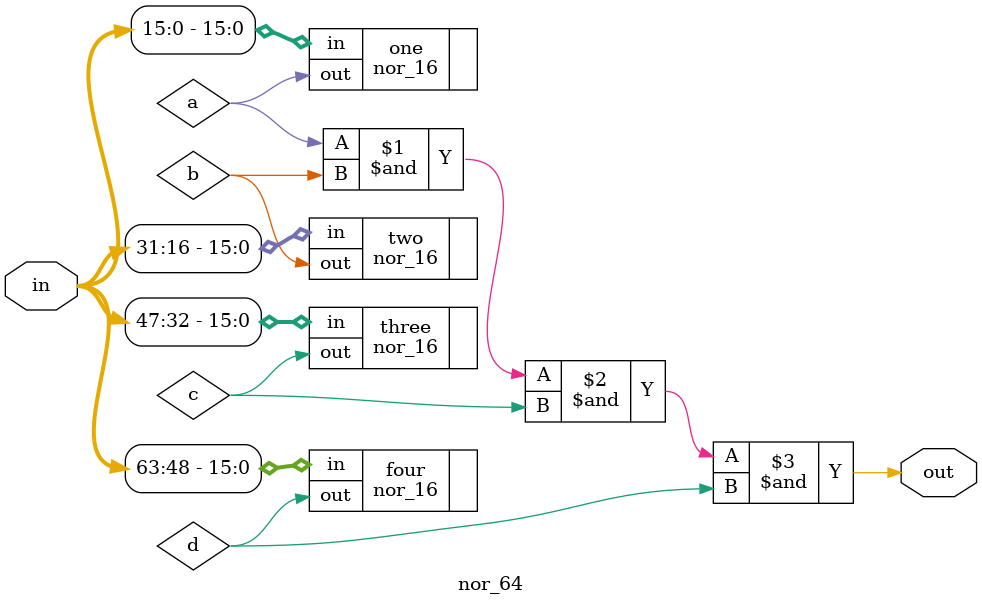
<source format=sv>
`timescale 1ns/1ps

module nor_64 (in, out);
	input logic [63:0] in;
	output logic out;
	
	wire a, b, c, d;
	
	nor_16 one (.out(a), .in(in[15:0]));
	nor_16 two (.out(b), .in(in[31:16]));
	nor_16 three (.out(c), .in(in[47:32]));
	nor_16 four (.out(d), .in(in[63:48]));
	
	and #50 (out, a, b, c, d);
	
endmodule 
</source>
